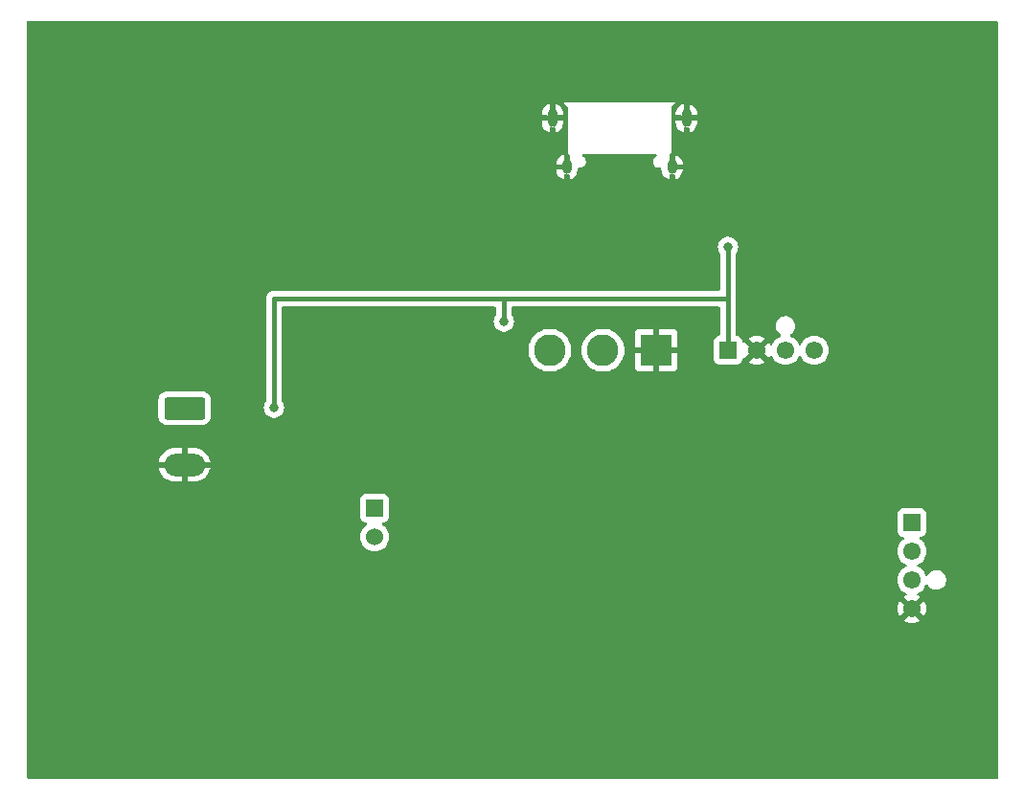
<source format=gbr>
%TF.GenerationSoftware,KiCad,Pcbnew,7.0.7*%
%TF.CreationDate,2023-10-17T17:05:39-05:00*%
%TF.ProjectId,IGVC-CBV1,49475643-2d43-4425-9631-2e6b69636164,rev?*%
%TF.SameCoordinates,Original*%
%TF.FileFunction,Copper,L2,Bot*%
%TF.FilePolarity,Positive*%
%FSLAX46Y46*%
G04 Gerber Fmt 4.6, Leading zero omitted, Abs format (unit mm)*
G04 Created by KiCad (PCBNEW 7.0.7) date 2023-10-17 17:05:39*
%MOMM*%
%LPD*%
G01*
G04 APERTURE LIST*
G04 Aperture macros list*
%AMRoundRect*
0 Rectangle with rounded corners*
0 $1 Rounding radius*
0 $2 $3 $4 $5 $6 $7 $8 $9 X,Y pos of 4 corners*
0 Add a 4 corners polygon primitive as box body*
4,1,4,$2,$3,$4,$5,$6,$7,$8,$9,$2,$3,0*
0 Add four circle primitives for the rounded corners*
1,1,$1+$1,$2,$3*
1,1,$1+$1,$4,$5*
1,1,$1+$1,$6,$7*
1,1,$1+$1,$8,$9*
0 Add four rect primitives between the rounded corners*
20,1,$1+$1,$2,$3,$4,$5,0*
20,1,$1+$1,$4,$5,$6,$7,0*
20,1,$1+$1,$6,$7,$8,$9,0*
20,1,$1+$1,$8,$9,$2,$3,0*%
G04 Aperture macros list end*
%TA.AperFunction,ComponentPad*%
%ADD10R,1.530000X1.530000*%
%TD*%
%TA.AperFunction,ComponentPad*%
%ADD11C,1.530000*%
%TD*%
%TA.AperFunction,ComponentPad*%
%ADD12R,2.794000X2.794000*%
%TD*%
%TA.AperFunction,ComponentPad*%
%ADD13C,2.794000*%
%TD*%
%TA.AperFunction,ComponentPad*%
%ADD14O,0.900000X1.300000*%
%TD*%
%TA.AperFunction,ComponentPad*%
%ADD15O,0.900000X1.600000*%
%TD*%
%TA.AperFunction,ComponentPad*%
%ADD16RoundRect,0.250000X-1.550000X0.750000X-1.550000X-0.750000X1.550000X-0.750000X1.550000X0.750000X0*%
%TD*%
%TA.AperFunction,ComponentPad*%
%ADD17O,3.600000X2.000000*%
%TD*%
%TA.AperFunction,ComponentPad*%
%ADD18C,1.550000*%
%TD*%
%TA.AperFunction,ViaPad*%
%ADD19C,0.800000*%
%TD*%
%TA.AperFunction,Conductor*%
%ADD20C,0.400000*%
%TD*%
G04 APERTURE END LIST*
D10*
%TO.P,J4,1,Pin_1*%
%TO.N,I2C2_SDA*%
X132356875Y-97479250D03*
D11*
%TO.P,J4,2,Pin_2*%
%TO.N,I2C2_SCL*%
X132356875Y-100019250D03*
%TD*%
D12*
%TO.P,SW1,1,A*%
%TO.N,GND*%
X157239375Y-83509250D03*
D13*
%TO.P,SW1,2,B*%
%TO.N,/SW_BOOT0*%
X152540375Y-83509250D03*
%TO.P,SW1,3,C*%
%TO.N,+3.3V*%
X147841375Y-83509250D03*
%TD*%
D14*
%TO.P,J3,S4,SHELL_GND*%
%TO.N,GND*%
X149343375Y-67289250D03*
%TO.P,J3,S3,SHELL_GND*%
X158643375Y-67289250D03*
D15*
%TO.P,J3,S2,SHELL_GND*%
X148073375Y-62969250D03*
%TO.P,J3,S1,SHELL_GND*%
X159913375Y-62969250D03*
%TD*%
D16*
%TO.P,J5,1,Pin_1*%
%TO.N,+3.3V*%
X115550875Y-88629250D03*
D17*
%TO.P,J5,2,Pin_2*%
%TO.N,GND*%
X115550875Y-93629250D03*
%TD*%
D10*
%TO.P,J2,1,Pin_1*%
%TO.N,USART1_RX*%
X179845375Y-98749250D03*
D18*
%TO.P,J2,2,Pin_2*%
%TO.N,USART1_TX*%
X179845375Y-101289250D03*
%TO.P,J2,3,Pin_3*%
%TO.N,+3.3V*%
X179845375Y-103829250D03*
%TO.P,J2,4,Pin_4*%
%TO.N,GND*%
X179845375Y-106369250D03*
%TD*%
D10*
%TO.P,J1,1,Pin_1*%
%TO.N,+3.3V*%
X163589375Y-83509250D03*
D18*
%TO.P,J1,2,Pin_2*%
%TO.N,GND*%
X166129375Y-83509250D03*
%TO.P,J1,3,Pin_3*%
%TO.N,SWCLK*%
X168669375Y-83509250D03*
%TO.P,J1,4,Pin_4*%
%TO.N,SWDIO*%
X171209375Y-83509250D03*
%TD*%
D19*
%TO.N,+3.3V*%
X143777375Y-80969250D03*
X163589375Y-74365250D03*
X123457375Y-88589250D03*
%TO.N,GND*%
X125489375Y-85541250D03*
X146317375Y-68269250D03*
X162065375Y-68269250D03*
X148857375Y-77413250D03*
X156477375Y-117037250D03*
%TD*%
D20*
%TO.N,+3.3V*%
X123457375Y-78937250D02*
X123457375Y-88589250D01*
X163589375Y-78937250D02*
X143777375Y-78937250D01*
X163589375Y-74365250D02*
X163589375Y-78937250D01*
X163589375Y-74365250D02*
X163589375Y-83509250D01*
X143777375Y-78937250D02*
X143777375Y-80969250D01*
X143777375Y-78937250D02*
X123457375Y-78937250D01*
%TD*%
%TA.AperFunction,Conductor*%
%TO.N,GND*%
G36*
X187394539Y-54376185D02*
G01*
X187440294Y-54428989D01*
X187451500Y-54480500D01*
X187451500Y-121287500D01*
X187431815Y-121354539D01*
X187379011Y-121400294D01*
X187327500Y-121411500D01*
X101724500Y-121411500D01*
X101657461Y-121391815D01*
X101611706Y-121339011D01*
X101600500Y-121287500D01*
X101600500Y-103829250D01*
X178565003Y-103829250D01*
X178584454Y-104051579D01*
X178584456Y-104051589D01*
X178642216Y-104267155D01*
X178642218Y-104267159D01*
X178642219Y-104267163D01*
X178736540Y-104469436D01*
X178864553Y-104652257D01*
X179022368Y-104810072D01*
X179205189Y-104938085D01*
X179310397Y-104987144D01*
X179362836Y-105033316D01*
X179381988Y-105100510D01*
X179361772Y-105167391D01*
X179310397Y-105211908D01*
X179205440Y-105260850D01*
X179137852Y-105308174D01*
X179579073Y-105749395D01*
X179612558Y-105810718D01*
X179607574Y-105880410D01*
X179572595Y-105930788D01*
X179455981Y-106031834D01*
X179455978Y-106031838D01*
X179421186Y-106085977D01*
X179368382Y-106131731D01*
X179299224Y-106141675D01*
X179235668Y-106112650D01*
X179229190Y-106106618D01*
X178784299Y-105661727D01*
X178736973Y-105729316D01*
X178642693Y-105931502D01*
X178642689Y-105931513D01*
X178584949Y-106147001D01*
X178584948Y-106147008D01*
X178565505Y-106369248D01*
X178565505Y-106369251D01*
X178584948Y-106591491D01*
X178584949Y-106591498D01*
X178642689Y-106806986D01*
X178642693Y-106806997D01*
X178736975Y-107009185D01*
X178736976Y-107009187D01*
X178784298Y-107076771D01*
X178784299Y-107076772D01*
X179229189Y-106631881D01*
X179290512Y-106598396D01*
X179360203Y-106603380D01*
X179416137Y-106645251D01*
X179421185Y-106652522D01*
X179455978Y-106706660D01*
X179455978Y-106706661D01*
X179572594Y-106807710D01*
X179610368Y-106866489D01*
X179610368Y-106936358D01*
X179579072Y-106989104D01*
X179137851Y-107430324D01*
X179137852Y-107430325D01*
X179205437Y-107477648D01*
X179205439Y-107477649D01*
X179407627Y-107571931D01*
X179407638Y-107571935D01*
X179623126Y-107629675D01*
X179623133Y-107629676D01*
X179845373Y-107649120D01*
X179845377Y-107649120D01*
X180067616Y-107629676D01*
X180067623Y-107629675D01*
X180283111Y-107571935D01*
X180283122Y-107571931D01*
X180485306Y-107477651D01*
X180485308Y-107477650D01*
X180552897Y-107430324D01*
X180111677Y-106989104D01*
X180078192Y-106927781D01*
X180083176Y-106858089D01*
X180118155Y-106807710D01*
X180123934Y-106802702D01*
X180123937Y-106802701D01*
X180234770Y-106706663D01*
X180269562Y-106652524D01*
X180322365Y-106606769D01*
X180391524Y-106596825D01*
X180455080Y-106625849D01*
X180461559Y-106631882D01*
X180906449Y-107076772D01*
X180953775Y-107009183D01*
X180953776Y-107009181D01*
X181048056Y-106806997D01*
X181048060Y-106806986D01*
X181105800Y-106591498D01*
X181105801Y-106591491D01*
X181125245Y-106369251D01*
X181125245Y-106369248D01*
X181105801Y-106147008D01*
X181105800Y-106147001D01*
X181048060Y-105931513D01*
X181048056Y-105931502D01*
X180953774Y-105729314D01*
X180953773Y-105729312D01*
X180906450Y-105661727D01*
X180906449Y-105661726D01*
X180461559Y-106106617D01*
X180400236Y-106140102D01*
X180330544Y-106135118D01*
X180274611Y-106093246D01*
X180269567Y-106085982D01*
X180234770Y-106031837D01*
X180234767Y-106031834D01*
X180118154Y-105930787D01*
X180080380Y-105872009D01*
X180080380Y-105802139D01*
X180111676Y-105749394D01*
X180552897Y-105308174D01*
X180552896Y-105308173D01*
X180485312Y-105260851D01*
X180485310Y-105260850D01*
X180380353Y-105211908D01*
X180327913Y-105165736D01*
X180308761Y-105098543D01*
X180328976Y-105031661D01*
X180380353Y-104987144D01*
X180485561Y-104938085D01*
X180668382Y-104810072D01*
X180826197Y-104652257D01*
X180954210Y-104469436D01*
X181043902Y-104277087D01*
X181090074Y-104224649D01*
X181157267Y-104205497D01*
X181224148Y-104225712D01*
X181265839Y-104271410D01*
X181288949Y-104315000D01*
X181410119Y-104457652D01*
X181410120Y-104457653D01*
X181559125Y-104570923D01*
X181728996Y-104649514D01*
X181728997Y-104649514D01*
X181728999Y-104649515D01*
X181784454Y-104661721D01*
X181911790Y-104689750D01*
X181911793Y-104689750D01*
X182052024Y-104689750D01*
X182052029Y-104689750D01*
X182191448Y-104674587D01*
X182368820Y-104614824D01*
X182529198Y-104518327D01*
X182665083Y-104389611D01*
X182770120Y-104234692D01*
X182839399Y-104060816D01*
X182869680Y-103876111D01*
X182859546Y-103689216D01*
X182836694Y-103606910D01*
X182809474Y-103508870D01*
X182809471Y-103508864D01*
X182721800Y-103343499D01*
X182600630Y-103200847D01*
X182600630Y-103200846D01*
X182451625Y-103087577D01*
X182281754Y-103008986D01*
X182281750Y-103008984D01*
X182098960Y-102968750D01*
X181958721Y-102968750D01*
X181958719Y-102968750D01*
X181819303Y-102983912D01*
X181819296Y-102983914D01*
X181641931Y-103043675D01*
X181641928Y-103043677D01*
X181481554Y-103140171D01*
X181481551Y-103140173D01*
X181481552Y-103140173D01*
X181345667Y-103268889D01*
X181345664Y-103268892D01*
X181345661Y-103268896D01*
X181258431Y-103397551D01*
X181204517Y-103441992D01*
X181135135Y-103450230D01*
X181072313Y-103419650D01*
X181043416Y-103380368D01*
X180954211Y-103189067D01*
X180954210Y-103189065D01*
X180954210Y-103189064D01*
X180826197Y-103006243D01*
X180668382Y-102848428D01*
X180485561Y-102720415D01*
X180380944Y-102671631D01*
X180328505Y-102625460D01*
X180309353Y-102558267D01*
X180329568Y-102491385D01*
X180380945Y-102446868D01*
X180485561Y-102398085D01*
X180668382Y-102270072D01*
X180826197Y-102112257D01*
X180954210Y-101929436D01*
X181048531Y-101727163D01*
X181106295Y-101511584D01*
X181125747Y-101289250D01*
X181106295Y-101066916D01*
X181048531Y-100851337D01*
X180954210Y-100649064D01*
X180826197Y-100466243D01*
X180668382Y-100308428D01*
X180571119Y-100240323D01*
X180527494Y-100185746D01*
X180520302Y-100116248D01*
X180551825Y-100053893D01*
X180612055Y-100018480D01*
X180642243Y-100014749D01*
X180658246Y-100014749D01*
X180658247Y-100014749D01*
X180717858Y-100008341D01*
X180852706Y-99958046D01*
X180967921Y-99871796D01*
X181054171Y-99756581D01*
X181104466Y-99621733D01*
X181110875Y-99562123D01*
X181110874Y-97936378D01*
X181104466Y-97876767D01*
X181054171Y-97741919D01*
X181054170Y-97741918D01*
X181054168Y-97741914D01*
X180967922Y-97626705D01*
X180967919Y-97626702D01*
X180852710Y-97540456D01*
X180852703Y-97540452D01*
X180717857Y-97490158D01*
X180717858Y-97490158D01*
X180658258Y-97483751D01*
X180658256Y-97483750D01*
X180658248Y-97483750D01*
X180658239Y-97483750D01*
X179032504Y-97483750D01*
X179032498Y-97483751D01*
X178972891Y-97490158D01*
X178838046Y-97540452D01*
X178838039Y-97540456D01*
X178722830Y-97626702D01*
X178722827Y-97626705D01*
X178636581Y-97741914D01*
X178636577Y-97741921D01*
X178586283Y-97876767D01*
X178579876Y-97936366D01*
X178579876Y-97936373D01*
X178579875Y-97936385D01*
X178579875Y-99562120D01*
X178579876Y-99562126D01*
X178586283Y-99621733D01*
X178636577Y-99756578D01*
X178636581Y-99756585D01*
X178722827Y-99871794D01*
X178722830Y-99871797D01*
X178838039Y-99958043D01*
X178838046Y-99958047D01*
X178882993Y-99974810D01*
X178972892Y-100008341D01*
X179032502Y-100014750D01*
X179048503Y-100014749D01*
X179115540Y-100034430D01*
X179161298Y-100087232D01*
X179171245Y-100156390D01*
X179142223Y-100219947D01*
X179119631Y-100240323D01*
X179022364Y-100308431D01*
X178864557Y-100466238D01*
X178736540Y-100649064D01*
X178642220Y-100851335D01*
X178642216Y-100851344D01*
X178584456Y-101066910D01*
X178584454Y-101066920D01*
X178565003Y-101289249D01*
X178565003Y-101289250D01*
X178584454Y-101511579D01*
X178584456Y-101511589D01*
X178642216Y-101727155D01*
X178642218Y-101727159D01*
X178642219Y-101727163D01*
X178736540Y-101929436D01*
X178864553Y-102112257D01*
X179022368Y-102270072D01*
X179205188Y-102398085D01*
X179205189Y-102398085D01*
X179309805Y-102446868D01*
X179362244Y-102493040D01*
X179381396Y-102560234D01*
X179361180Y-102627115D01*
X179309805Y-102671632D01*
X179205189Y-102720414D01*
X179083219Y-102805818D01*
X179022368Y-102848428D01*
X179022366Y-102848429D01*
X179022363Y-102848432D01*
X178864557Y-103006238D01*
X178864554Y-103006241D01*
X178864553Y-103006243D01*
X178807602Y-103087577D01*
X178736540Y-103189064D01*
X178642220Y-103391335D01*
X178642216Y-103391344D01*
X178584456Y-103606910D01*
X178584454Y-103606920D01*
X178565003Y-103829249D01*
X178565003Y-103829250D01*
X101600500Y-103829250D01*
X101600500Y-100019251D01*
X131086541Y-100019251D01*
X131105839Y-100239835D01*
X131105840Y-100239842D01*
X131163150Y-100453725D01*
X131163154Y-100453736D01*
X131254237Y-100649064D01*
X131256733Y-100654417D01*
X131383743Y-100835805D01*
X131540320Y-100992382D01*
X131721708Y-101119392D01*
X131842447Y-101175693D01*
X131922388Y-101212970D01*
X131922390Y-101212970D01*
X131922395Y-101212973D01*
X132136284Y-101270285D01*
X132293848Y-101284069D01*
X132356873Y-101289584D01*
X132356875Y-101289584D01*
X132356877Y-101289584D01*
X132412022Y-101284759D01*
X132577466Y-101270285D01*
X132791355Y-101212973D01*
X132992042Y-101119392D01*
X133173430Y-100992382D01*
X133330007Y-100835805D01*
X133457017Y-100654417D01*
X133550598Y-100453730D01*
X133607910Y-100239841D01*
X133627209Y-100019250D01*
X133626254Y-100008339D01*
X133621694Y-99956223D01*
X133607910Y-99798659D01*
X133550598Y-99584770D01*
X133540033Y-99562114D01*
X133457018Y-99384086D01*
X133457017Y-99384084D01*
X133457017Y-99384083D01*
X133330007Y-99202695D01*
X133173430Y-99046118D01*
X133173427Y-99046116D01*
X133173425Y-99046114D01*
X133114370Y-99004763D01*
X133065184Y-98970323D01*
X133021560Y-98915747D01*
X133014366Y-98846249D01*
X133045889Y-98783894D01*
X133106119Y-98748480D01*
X133136307Y-98744749D01*
X133169747Y-98744749D01*
X133229358Y-98738341D01*
X133364206Y-98688046D01*
X133479421Y-98601796D01*
X133565671Y-98486581D01*
X133615966Y-98351733D01*
X133622375Y-98292123D01*
X133622374Y-96666378D01*
X133615966Y-96606767D01*
X133565671Y-96471919D01*
X133565670Y-96471918D01*
X133565668Y-96471914D01*
X133479422Y-96356705D01*
X133479419Y-96356702D01*
X133364210Y-96270456D01*
X133364203Y-96270452D01*
X133229357Y-96220158D01*
X133229358Y-96220158D01*
X133169758Y-96213751D01*
X133169756Y-96213750D01*
X133169748Y-96213750D01*
X133169739Y-96213750D01*
X131544004Y-96213750D01*
X131543998Y-96213751D01*
X131484391Y-96220158D01*
X131349546Y-96270452D01*
X131349539Y-96270456D01*
X131234330Y-96356702D01*
X131234327Y-96356705D01*
X131148081Y-96471914D01*
X131148077Y-96471921D01*
X131097783Y-96606767D01*
X131091376Y-96666366D01*
X131091376Y-96666373D01*
X131091375Y-96666385D01*
X131091375Y-98292120D01*
X131091376Y-98292126D01*
X131097783Y-98351733D01*
X131148077Y-98486578D01*
X131148081Y-98486585D01*
X131234327Y-98601794D01*
X131234330Y-98601797D01*
X131349539Y-98688043D01*
X131349546Y-98688047D01*
X131484392Y-98738341D01*
X131484391Y-98738341D01*
X131491319Y-98739085D01*
X131544002Y-98744750D01*
X131577439Y-98744749D01*
X131644476Y-98764432D01*
X131690232Y-98817234D01*
X131700177Y-98886393D01*
X131671154Y-98949949D01*
X131648564Y-98970323D01*
X131540322Y-99046116D01*
X131540316Y-99046121D01*
X131383743Y-99202694D01*
X131256732Y-99384084D01*
X131256731Y-99384086D01*
X131163154Y-99584763D01*
X131163150Y-99584774D01*
X131105840Y-99798657D01*
X131105839Y-99798664D01*
X131086541Y-100019248D01*
X131086541Y-100019251D01*
X101600500Y-100019251D01*
X101600500Y-93379249D01*
X113271851Y-93379249D01*
X113271853Y-93379250D01*
X114733271Y-93379250D01*
X114800310Y-93398935D01*
X114846065Y-93451739D01*
X114856009Y-93520897D01*
X114853667Y-93532929D01*
X114850875Y-93544255D01*
X114850875Y-93714244D01*
X114853667Y-93725571D01*
X114850600Y-93795374D01*
X114810282Y-93852437D01*
X114745513Y-93878644D01*
X114733271Y-93879250D01*
X113271852Y-93879250D01*
X113291791Y-93998742D01*
X113372505Y-94233853D01*
X113372510Y-94233864D01*
X113490817Y-94452478D01*
X113490823Y-94452487D01*
X113643501Y-94648647D01*
X113643510Y-94648657D01*
X113826397Y-94817017D01*
X113826396Y-94817017D01*
X114034507Y-94952982D01*
X114262157Y-95052837D01*
X114503136Y-95113862D01*
X114503144Y-95113864D01*
X114688834Y-95129250D01*
X115300875Y-95129250D01*
X115300875Y-94444002D01*
X115320560Y-94376963D01*
X115373364Y-94331208D01*
X115439819Y-94320906D01*
X115500310Y-94328251D01*
X115508534Y-94329250D01*
X115508535Y-94329250D01*
X115593216Y-94329250D01*
X115601439Y-94328251D01*
X115661930Y-94320906D01*
X115730850Y-94332366D01*
X115782637Y-94379269D01*
X115800875Y-94444002D01*
X115800875Y-95129250D01*
X116412916Y-95129250D01*
X116598605Y-95113864D01*
X116598613Y-95113862D01*
X116839592Y-95052837D01*
X117067242Y-94952982D01*
X117275353Y-94817017D01*
X117458239Y-94648657D01*
X117458248Y-94648647D01*
X117610926Y-94452487D01*
X117610932Y-94452478D01*
X117729239Y-94233864D01*
X117729244Y-94233853D01*
X117809958Y-93998742D01*
X117829898Y-93879250D01*
X116368479Y-93879250D01*
X116301440Y-93859565D01*
X116255685Y-93806761D01*
X116245741Y-93737603D01*
X116248083Y-93725571D01*
X116250875Y-93714244D01*
X116250875Y-93544255D01*
X116248083Y-93532929D01*
X116251150Y-93463126D01*
X116291468Y-93406063D01*
X116356237Y-93379856D01*
X116368479Y-93379250D01*
X117829897Y-93379250D01*
X117829898Y-93379249D01*
X117809958Y-93259757D01*
X117729244Y-93024646D01*
X117729239Y-93024635D01*
X117610932Y-92806021D01*
X117610926Y-92806012D01*
X117458248Y-92609852D01*
X117458239Y-92609842D01*
X117275352Y-92441482D01*
X117275353Y-92441482D01*
X117067242Y-92305517D01*
X116839592Y-92205662D01*
X116598613Y-92144637D01*
X116598605Y-92144635D01*
X116412916Y-92129250D01*
X115800875Y-92129250D01*
X115800875Y-92814497D01*
X115781190Y-92881536D01*
X115728386Y-92927291D01*
X115661928Y-92937593D01*
X115593218Y-92929250D01*
X115593215Y-92929250D01*
X115508535Y-92929250D01*
X115508532Y-92929250D01*
X115439822Y-92937593D01*
X115370898Y-92926133D01*
X115319112Y-92879229D01*
X115300875Y-92814497D01*
X115300875Y-92129250D01*
X114688834Y-92129250D01*
X114503144Y-92144635D01*
X114503136Y-92144637D01*
X114262157Y-92205662D01*
X114034507Y-92305517D01*
X113826396Y-92441482D01*
X113643510Y-92609842D01*
X113643501Y-92609852D01*
X113490823Y-92806012D01*
X113490817Y-92806021D01*
X113372510Y-93024635D01*
X113372505Y-93024646D01*
X113291791Y-93259757D01*
X113271851Y-93379249D01*
X101600500Y-93379249D01*
X101600500Y-89429251D01*
X113250375Y-89429251D01*
X113250376Y-89429268D01*
X113260875Y-89532046D01*
X113260876Y-89532049D01*
X113316060Y-89698581D01*
X113316061Y-89698584D01*
X113408163Y-89847906D01*
X113532219Y-89971962D01*
X113681541Y-90064064D01*
X113848078Y-90119249D01*
X113950866Y-90129750D01*
X117150883Y-90129749D01*
X117253672Y-90119249D01*
X117420209Y-90064064D01*
X117569531Y-89971962D01*
X117693587Y-89847906D01*
X117785689Y-89698584D01*
X117840874Y-89532047D01*
X117851375Y-89429259D01*
X117851374Y-88589250D01*
X122551915Y-88589250D01*
X122571701Y-88777506D01*
X122571702Y-88777509D01*
X122630193Y-88957527D01*
X122630196Y-88957534D01*
X122724842Y-89121466D01*
X122851503Y-89262137D01*
X122851504Y-89262138D01*
X123004640Y-89373398D01*
X123004645Y-89373401D01*
X123177567Y-89450392D01*
X123177572Y-89450394D01*
X123362729Y-89489750D01*
X123362730Y-89489750D01*
X123552019Y-89489750D01*
X123552021Y-89489750D01*
X123737178Y-89450394D01*
X123910105Y-89373401D01*
X124063246Y-89262138D01*
X124189908Y-89121466D01*
X124284554Y-88957534D01*
X124343049Y-88777506D01*
X124362835Y-88589250D01*
X124343049Y-88400994D01*
X124284554Y-88220966D01*
X124189908Y-88057034D01*
X124189719Y-88056824D01*
X124189648Y-88056677D01*
X124186089Y-88051778D01*
X124186985Y-88051126D01*
X124159494Y-87993830D01*
X124157875Y-87973858D01*
X124157875Y-83509251D01*
X145939028Y-83509251D01*
X145958391Y-83779987D01*
X146016084Y-84045198D01*
X146110939Y-84299515D01*
X146110941Y-84299519D01*
X146241015Y-84537730D01*
X146241020Y-84537738D01*
X146403670Y-84755014D01*
X146403686Y-84755032D01*
X146595592Y-84946938D01*
X146595610Y-84946954D01*
X146812886Y-85109604D01*
X146812894Y-85109609D01*
X147051105Y-85239683D01*
X147051109Y-85239685D01*
X147051111Y-85239686D01*
X147305422Y-85334539D01*
X147305425Y-85334539D01*
X147305426Y-85334540D01*
X147570637Y-85392233D01*
X147570639Y-85392233D01*
X147570643Y-85392234D01*
X147811231Y-85409441D01*
X147841374Y-85411597D01*
X147841375Y-85411597D01*
X147841376Y-85411597D01*
X147868498Y-85409657D01*
X148112107Y-85392234D01*
X148377328Y-85334539D01*
X148631639Y-85239686D01*
X148869861Y-85109606D01*
X149087147Y-84946948D01*
X149279073Y-84755022D01*
X149441731Y-84537736D01*
X149571811Y-84299514D01*
X149666664Y-84045203D01*
X149714917Y-83823387D01*
X149724358Y-83779987D01*
X149724358Y-83779986D01*
X149724359Y-83779982D01*
X149743722Y-83509251D01*
X150638028Y-83509251D01*
X150657391Y-83779987D01*
X150715084Y-84045198D01*
X150809939Y-84299515D01*
X150809941Y-84299519D01*
X150940015Y-84537730D01*
X150940020Y-84537738D01*
X151102670Y-84755014D01*
X151102686Y-84755032D01*
X151294592Y-84946938D01*
X151294610Y-84946954D01*
X151511886Y-85109604D01*
X151511894Y-85109609D01*
X151750105Y-85239683D01*
X151750109Y-85239685D01*
X151750111Y-85239686D01*
X152004422Y-85334539D01*
X152004425Y-85334539D01*
X152004426Y-85334540D01*
X152269637Y-85392233D01*
X152269639Y-85392233D01*
X152269643Y-85392234D01*
X152510231Y-85409441D01*
X152540374Y-85411597D01*
X152540375Y-85411597D01*
X152540376Y-85411597D01*
X152567498Y-85409657D01*
X152811107Y-85392234D01*
X153076328Y-85334539D01*
X153330639Y-85239686D01*
X153568861Y-85109606D01*
X153776601Y-84954094D01*
X155342375Y-84954094D01*
X155348776Y-85013622D01*
X155348778Y-85013629D01*
X155399020Y-85148336D01*
X155399024Y-85148343D01*
X155485184Y-85263437D01*
X155485187Y-85263440D01*
X155600281Y-85349600D01*
X155600288Y-85349604D01*
X155734995Y-85399846D01*
X155735002Y-85399848D01*
X155794530Y-85406249D01*
X155794547Y-85406250D01*
X156989375Y-85406250D01*
X156989375Y-84770002D01*
X157009060Y-84702963D01*
X157061864Y-84657208D01*
X157124814Y-84646531D01*
X157186527Y-84652250D01*
X157186531Y-84652250D01*
X157292219Y-84652250D01*
X157292223Y-84652250D01*
X157353935Y-84646531D01*
X157422503Y-84659946D01*
X157472935Y-84708302D01*
X157489375Y-84770002D01*
X157489375Y-85406250D01*
X158684203Y-85406250D01*
X158684219Y-85406249D01*
X158743747Y-85399848D01*
X158743754Y-85399846D01*
X158878461Y-85349604D01*
X158878468Y-85349600D01*
X158993562Y-85263440D01*
X158993565Y-85263437D01*
X159079725Y-85148343D01*
X159079729Y-85148336D01*
X159129971Y-85013629D01*
X159129973Y-85013622D01*
X159136374Y-84954094D01*
X159136375Y-84954077D01*
X159136375Y-83759250D01*
X158504768Y-83759250D01*
X158437729Y-83739565D01*
X158391974Y-83686761D01*
X158382509Y-83620934D01*
X158381846Y-83620873D01*
X158382102Y-83618106D01*
X158382030Y-83617603D01*
X158382300Y-83615965D01*
X158382375Y-83615164D01*
X158382375Y-83403335D01*
X158381846Y-83397627D01*
X158383750Y-83397450D01*
X158389905Y-83336533D01*
X158433396Y-83281850D01*
X158499547Y-83259360D01*
X158504768Y-83259250D01*
X159136375Y-83259250D01*
X159136375Y-82064422D01*
X159136374Y-82064405D01*
X159129973Y-82004877D01*
X159129971Y-82004870D01*
X159079729Y-81870163D01*
X159079725Y-81870156D01*
X158993565Y-81755062D01*
X158993562Y-81755059D01*
X158878468Y-81668899D01*
X158878461Y-81668895D01*
X158743754Y-81618653D01*
X158743747Y-81618651D01*
X158684219Y-81612250D01*
X157489375Y-81612250D01*
X157489375Y-82248497D01*
X157469690Y-82315536D01*
X157416886Y-82361291D01*
X157353935Y-82371968D01*
X157310923Y-82367982D01*
X157292223Y-82366250D01*
X157186527Y-82366250D01*
X157167826Y-82367982D01*
X157124815Y-82371968D01*
X157056245Y-82358553D01*
X157005814Y-82310195D01*
X156989375Y-82248497D01*
X156989375Y-81612250D01*
X155794530Y-81612250D01*
X155735002Y-81618651D01*
X155734995Y-81618653D01*
X155600288Y-81668895D01*
X155600281Y-81668899D01*
X155485187Y-81755059D01*
X155485184Y-81755062D01*
X155399024Y-81870156D01*
X155399020Y-81870163D01*
X155348778Y-82004870D01*
X155348776Y-82004877D01*
X155342375Y-82064405D01*
X155342375Y-83259250D01*
X155973982Y-83259250D01*
X156041021Y-83278935D01*
X156086776Y-83331739D01*
X156096240Y-83397565D01*
X156096904Y-83397627D01*
X156096647Y-83400393D01*
X156096720Y-83400897D01*
X156096449Y-83402534D01*
X156096375Y-83403335D01*
X156096375Y-83615164D01*
X156096904Y-83620873D01*
X156094999Y-83621049D01*
X156088845Y-83681967D01*
X156045354Y-83736650D01*
X155979203Y-83759140D01*
X155973982Y-83759250D01*
X155342375Y-83759250D01*
X155342375Y-84954094D01*
X153776601Y-84954094D01*
X153786147Y-84946948D01*
X153978073Y-84755022D01*
X154140731Y-84537736D01*
X154270811Y-84299514D01*
X154365664Y-84045203D01*
X154413917Y-83823387D01*
X154423358Y-83779987D01*
X154423358Y-83779986D01*
X154423359Y-83779982D01*
X154442722Y-83509250D01*
X154423359Y-83238518D01*
X154420630Y-83225975D01*
X154365665Y-82973301D01*
X154354042Y-82942139D01*
X154270811Y-82718986D01*
X154267679Y-82713251D01*
X154140734Y-82480769D01*
X154140729Y-82480761D01*
X153978079Y-82263485D01*
X153978063Y-82263467D01*
X153786157Y-82071561D01*
X153786139Y-82071545D01*
X153568863Y-81908895D01*
X153568855Y-81908890D01*
X153330644Y-81778816D01*
X153330640Y-81778814D01*
X153076323Y-81683959D01*
X152811112Y-81626266D01*
X152540376Y-81606903D01*
X152540374Y-81606903D01*
X152269637Y-81626266D01*
X152004426Y-81683959D01*
X151750109Y-81778814D01*
X151750105Y-81778816D01*
X151511894Y-81908890D01*
X151511886Y-81908895D01*
X151294610Y-82071545D01*
X151294592Y-82071561D01*
X151102686Y-82263467D01*
X151102670Y-82263485D01*
X150940020Y-82480761D01*
X150940015Y-82480769D01*
X150809941Y-82718980D01*
X150809939Y-82718984D01*
X150715084Y-82973301D01*
X150657391Y-83238512D01*
X150638028Y-83509248D01*
X150638028Y-83509251D01*
X149743722Y-83509251D01*
X149743722Y-83509250D01*
X149724359Y-83238518D01*
X149721630Y-83225975D01*
X149666665Y-82973301D01*
X149655042Y-82942139D01*
X149571811Y-82718986D01*
X149568679Y-82713251D01*
X149441734Y-82480769D01*
X149441729Y-82480761D01*
X149279079Y-82263485D01*
X149279063Y-82263467D01*
X149087157Y-82071561D01*
X149087139Y-82071545D01*
X148869863Y-81908895D01*
X148869855Y-81908890D01*
X148631644Y-81778816D01*
X148631640Y-81778814D01*
X148377323Y-81683959D01*
X148112112Y-81626266D01*
X147841376Y-81606903D01*
X147841374Y-81606903D01*
X147570637Y-81626266D01*
X147305426Y-81683959D01*
X147051109Y-81778814D01*
X147051105Y-81778816D01*
X146812894Y-81908890D01*
X146812886Y-81908895D01*
X146595610Y-82071545D01*
X146595592Y-82071561D01*
X146403686Y-82263467D01*
X146403670Y-82263485D01*
X146241020Y-82480761D01*
X146241015Y-82480769D01*
X146110941Y-82718980D01*
X146110939Y-82718984D01*
X146016084Y-82973301D01*
X145958391Y-83238512D01*
X145939028Y-83509248D01*
X145939028Y-83509251D01*
X124157875Y-83509251D01*
X124157875Y-79761750D01*
X124177560Y-79694711D01*
X124230364Y-79648956D01*
X124281875Y-79637750D01*
X142952875Y-79637750D01*
X143019914Y-79657435D01*
X143065669Y-79710239D01*
X143076875Y-79761750D01*
X143076875Y-80353858D01*
X143057190Y-80420897D01*
X143045031Y-80436824D01*
X143044843Y-80437032D01*
X143044839Y-80437037D01*
X142950196Y-80600965D01*
X142950193Y-80600972D01*
X142930958Y-80660173D01*
X142891701Y-80780994D01*
X142871915Y-80969250D01*
X142891701Y-81157506D01*
X142891702Y-81157509D01*
X142950193Y-81337527D01*
X142950196Y-81337534D01*
X143044842Y-81501466D01*
X143116291Y-81580818D01*
X143171504Y-81642138D01*
X143324640Y-81753398D01*
X143324645Y-81753401D01*
X143497567Y-81830392D01*
X143497572Y-81830394D01*
X143682729Y-81869750D01*
X143682730Y-81869750D01*
X143872019Y-81869750D01*
X143872021Y-81869750D01*
X144057178Y-81830394D01*
X144230105Y-81753401D01*
X144383246Y-81642138D01*
X144509908Y-81501466D01*
X144604554Y-81337534D01*
X144663049Y-81157506D01*
X144682835Y-80969250D01*
X144663049Y-80780994D01*
X144604554Y-80600966D01*
X144509908Y-80437034D01*
X144509719Y-80436824D01*
X144509648Y-80436677D01*
X144506089Y-80431778D01*
X144506985Y-80431126D01*
X144479494Y-80373830D01*
X144477875Y-80353858D01*
X144477875Y-79761750D01*
X144497560Y-79694711D01*
X144550364Y-79648956D01*
X144601875Y-79637750D01*
X162764875Y-79637750D01*
X162831914Y-79657435D01*
X162877669Y-79710239D01*
X162888875Y-79761750D01*
X162888875Y-82120286D01*
X162869190Y-82187325D01*
X162816386Y-82233080D01*
X162778129Y-82243576D01*
X162716891Y-82250159D01*
X162582046Y-82300452D01*
X162582039Y-82300456D01*
X162466830Y-82386702D01*
X162466827Y-82386705D01*
X162380581Y-82501914D01*
X162380577Y-82501921D01*
X162330283Y-82636767D01*
X162323876Y-82696366D01*
X162323876Y-82696373D01*
X162323875Y-82696385D01*
X162323875Y-84322120D01*
X162323876Y-84322126D01*
X162330283Y-84381733D01*
X162380577Y-84516578D01*
X162380581Y-84516585D01*
X162466827Y-84631794D01*
X162466830Y-84631797D01*
X162582039Y-84718043D01*
X162582046Y-84718047D01*
X162716892Y-84768341D01*
X162716891Y-84768341D01*
X162723819Y-84769085D01*
X162776502Y-84774750D01*
X164402247Y-84774749D01*
X164461858Y-84768341D01*
X164596706Y-84718046D01*
X164711921Y-84631796D01*
X164798171Y-84516581D01*
X164848466Y-84381733D01*
X164854875Y-84322123D01*
X164854874Y-84305250D01*
X164874555Y-84238214D01*
X164927357Y-84192456D01*
X164996515Y-84182509D01*
X165060072Y-84211531D01*
X165064498Y-84216439D01*
X165068299Y-84216772D01*
X165513189Y-83771881D01*
X165574512Y-83738396D01*
X165644203Y-83743380D01*
X165700137Y-83785251D01*
X165705185Y-83792522D01*
X165739978Y-83846660D01*
X165739978Y-83846661D01*
X165856594Y-83947710D01*
X165894368Y-84006489D01*
X165894368Y-84076358D01*
X165863072Y-84129104D01*
X165421851Y-84570324D01*
X165421852Y-84570325D01*
X165489437Y-84617648D01*
X165489439Y-84617649D01*
X165691627Y-84711931D01*
X165691638Y-84711935D01*
X165907126Y-84769675D01*
X165907133Y-84769676D01*
X166129373Y-84789120D01*
X166129377Y-84789120D01*
X166351616Y-84769676D01*
X166351623Y-84769675D01*
X166567111Y-84711935D01*
X166567122Y-84711931D01*
X166769306Y-84617651D01*
X166769308Y-84617650D01*
X166836897Y-84570324D01*
X166395677Y-84129104D01*
X166362192Y-84067781D01*
X166367176Y-83998089D01*
X166402155Y-83947710D01*
X166407934Y-83942702D01*
X166407937Y-83942701D01*
X166518770Y-83846663D01*
X166553562Y-83792524D01*
X166606365Y-83746769D01*
X166675524Y-83736825D01*
X166739080Y-83765849D01*
X166745559Y-83771882D01*
X167190449Y-84216772D01*
X167237774Y-84149184D01*
X167286715Y-84044229D01*
X167332887Y-83991789D01*
X167400080Y-83972636D01*
X167466962Y-83992851D01*
X167511480Y-84044227D01*
X167560539Y-84149435D01*
X167560540Y-84149436D01*
X167688553Y-84332257D01*
X167846368Y-84490072D01*
X168029189Y-84618085D01*
X168231462Y-84712406D01*
X168231468Y-84712407D01*
X168231469Y-84712408D01*
X168283355Y-84726310D01*
X168447041Y-84770170D01*
X168624908Y-84785731D01*
X168669374Y-84789622D01*
X168669375Y-84789622D01*
X168669376Y-84789622D01*
X168706430Y-84786379D01*
X168891709Y-84770170D01*
X169107288Y-84712406D01*
X169309561Y-84618085D01*
X169492382Y-84490072D01*
X169650197Y-84332257D01*
X169778210Y-84149436D01*
X169826993Y-84044819D01*
X169873165Y-83992380D01*
X169940358Y-83973228D01*
X170007240Y-83993443D01*
X170051756Y-84044819D01*
X170100540Y-84149436D01*
X170228553Y-84332257D01*
X170386368Y-84490072D01*
X170569189Y-84618085D01*
X170771462Y-84712406D01*
X170771468Y-84712407D01*
X170771469Y-84712408D01*
X170823355Y-84726310D01*
X170987041Y-84770170D01*
X171164908Y-84785731D01*
X171209374Y-84789622D01*
X171209375Y-84789622D01*
X171209376Y-84789622D01*
X171246430Y-84786379D01*
X171431709Y-84770170D01*
X171647288Y-84712406D01*
X171849561Y-84618085D01*
X172032382Y-84490072D01*
X172190197Y-84332257D01*
X172318210Y-84149436D01*
X172412531Y-83947163D01*
X172470295Y-83731584D01*
X172489747Y-83509250D01*
X172470295Y-83286916D01*
X172412531Y-83071337D01*
X172318210Y-82869064D01*
X172190197Y-82686243D01*
X172032382Y-82528428D01*
X171849561Y-82400415D01*
X171647288Y-82306094D01*
X171647284Y-82306093D01*
X171647280Y-82306091D01*
X171431714Y-82248331D01*
X171431704Y-82248329D01*
X171209376Y-82228878D01*
X171209374Y-82228878D01*
X170987045Y-82248329D01*
X170987035Y-82248331D01*
X170771469Y-82306091D01*
X170771462Y-82306093D01*
X170771462Y-82306094D01*
X170569189Y-82400415D01*
X170386368Y-82528428D01*
X170386366Y-82528429D01*
X170386363Y-82528432D01*
X170228557Y-82686238D01*
X170228554Y-82686241D01*
X170228553Y-82686243D01*
X170205626Y-82718986D01*
X170100539Y-82869064D01*
X170051757Y-82973680D01*
X170005585Y-83026119D01*
X169938391Y-83045271D01*
X169871510Y-83025055D01*
X169826993Y-82973680D01*
X169778210Y-82869064D01*
X169731717Y-82802666D01*
X169650197Y-82686243D01*
X169492382Y-82528428D01*
X169310184Y-82400851D01*
X169309560Y-82400414D01*
X169116173Y-82310237D01*
X169063734Y-82264065D01*
X169044582Y-82196871D01*
X169064798Y-82129990D01*
X169104647Y-82091606D01*
X169193198Y-82038327D01*
X169329083Y-81909611D01*
X169434120Y-81754692D01*
X169503399Y-81580816D01*
X169533680Y-81396111D01*
X169523546Y-81209216D01*
X169502063Y-81131843D01*
X169473474Y-81028870D01*
X169473471Y-81028864D01*
X169385800Y-80863499D01*
X169264630Y-80720847D01*
X169184814Y-80660173D01*
X169115625Y-80607577D01*
X168945754Y-80528986D01*
X168945750Y-80528984D01*
X168762960Y-80488750D01*
X168622721Y-80488750D01*
X168622719Y-80488750D01*
X168483303Y-80503912D01*
X168483296Y-80503914D01*
X168305931Y-80563675D01*
X168305928Y-80563677D01*
X168145554Y-80660171D01*
X168145551Y-80660173D01*
X168145552Y-80660173D01*
X168009667Y-80788889D01*
X168009664Y-80788892D01*
X168009662Y-80788895D01*
X167904628Y-80943810D01*
X167904627Y-80943813D01*
X167835352Y-81117678D01*
X167835351Y-81117681D01*
X167805070Y-81302392D01*
X167815203Y-81489282D01*
X167815205Y-81489289D01*
X167865275Y-81669629D01*
X167865278Y-81669635D01*
X167952949Y-81835000D01*
X168074119Y-81977652D01*
X168074120Y-81977653D01*
X168223125Y-82090923D01*
X168223130Y-82090925D01*
X168228553Y-82094188D01*
X168275849Y-82145616D01*
X168287833Y-82214450D01*
X168260700Y-82278836D01*
X168217032Y-82312822D01*
X168029189Y-82400414D01*
X167960982Y-82448174D01*
X167846368Y-82528428D01*
X167846366Y-82528429D01*
X167846363Y-82528432D01*
X167688557Y-82686238D01*
X167688554Y-82686241D01*
X167688553Y-82686243D01*
X167665626Y-82718986D01*
X167560541Y-82869062D01*
X167511480Y-82974273D01*
X167465307Y-83026711D01*
X167398113Y-83045863D01*
X167331232Y-83025647D01*
X167286715Y-82974271D01*
X167237771Y-82869308D01*
X167190450Y-82801727D01*
X167190449Y-82801726D01*
X166745559Y-83246617D01*
X166684236Y-83280102D01*
X166614544Y-83275118D01*
X166558611Y-83233246D01*
X166553567Y-83225982D01*
X166518770Y-83171837D01*
X166518767Y-83171834D01*
X166402154Y-83070787D01*
X166364380Y-83012009D01*
X166364380Y-82942139D01*
X166395676Y-82889394D01*
X166836897Y-82448174D01*
X166836896Y-82448173D01*
X166769312Y-82400851D01*
X166769310Y-82400850D01*
X166567122Y-82306568D01*
X166567111Y-82306564D01*
X166351623Y-82248824D01*
X166351616Y-82248823D01*
X166129377Y-82229380D01*
X166129373Y-82229380D01*
X165907133Y-82248823D01*
X165907126Y-82248824D01*
X165691638Y-82306564D01*
X165691627Y-82306568D01*
X165489441Y-82400848D01*
X165421852Y-82448174D01*
X165863073Y-82889395D01*
X165896558Y-82950718D01*
X165891574Y-83020410D01*
X165856595Y-83070788D01*
X165739981Y-83171834D01*
X165739978Y-83171838D01*
X165705186Y-83225977D01*
X165652382Y-83271731D01*
X165583224Y-83281675D01*
X165519668Y-83252650D01*
X165513190Y-83246618D01*
X165068298Y-82801726D01*
X165057565Y-82802666D01*
X165025874Y-82827999D01*
X164956375Y-82835193D01*
X164894020Y-82803671D01*
X164858606Y-82743442D01*
X164854874Y-82713251D01*
X164854874Y-82696379D01*
X164854873Y-82696373D01*
X164854872Y-82696366D01*
X164848466Y-82636767D01*
X164798171Y-82501919D01*
X164798170Y-82501918D01*
X164798168Y-82501914D01*
X164711922Y-82386705D01*
X164711919Y-82386702D01*
X164596710Y-82300456D01*
X164596703Y-82300452D01*
X164461858Y-82250158D01*
X164400618Y-82243574D01*
X164336067Y-82216835D01*
X164296220Y-82159442D01*
X164289875Y-82120285D01*
X164289875Y-74980641D01*
X164309560Y-74913602D01*
X164321727Y-74897667D01*
X164321908Y-74897466D01*
X164416554Y-74733534D01*
X164475049Y-74553506D01*
X164494835Y-74365250D01*
X164475049Y-74176994D01*
X164416554Y-73996966D01*
X164321908Y-73833034D01*
X164195246Y-73692362D01*
X164195245Y-73692361D01*
X164042109Y-73581101D01*
X164042104Y-73581098D01*
X163869182Y-73504107D01*
X163869177Y-73504105D01*
X163723376Y-73473115D01*
X163684021Y-73464750D01*
X163494729Y-73464750D01*
X163462272Y-73471648D01*
X163309572Y-73504105D01*
X163309567Y-73504107D01*
X163136645Y-73581098D01*
X163136640Y-73581101D01*
X162983504Y-73692361D01*
X162856841Y-73833035D01*
X162762196Y-73996965D01*
X162762193Y-73996972D01*
X162703702Y-74176990D01*
X162703701Y-74176994D01*
X162683915Y-74365250D01*
X162703701Y-74553506D01*
X162703702Y-74553509D01*
X162762193Y-74733527D01*
X162762196Y-74733534D01*
X162856841Y-74897465D01*
X162857023Y-74897667D01*
X162857091Y-74897809D01*
X162860660Y-74902721D01*
X162859761Y-74903373D01*
X162887254Y-74960658D01*
X162888875Y-74980641D01*
X162888875Y-78112750D01*
X162869190Y-78179789D01*
X162816386Y-78225544D01*
X162764875Y-78236750D01*
X143862431Y-78236750D01*
X143819747Y-78236750D01*
X123542431Y-78236750D01*
X123372319Y-78236750D01*
X123361738Y-78239357D01*
X123334518Y-78246066D01*
X123327151Y-78247416D01*
X123288501Y-78252110D01*
X123252100Y-78265914D01*
X123244951Y-78268141D01*
X123207150Y-78277460D01*
X123207145Y-78277462D01*
X123172671Y-78295553D01*
X123165842Y-78298627D01*
X123129446Y-78312430D01*
X123129444Y-78312431D01*
X123097402Y-78334549D01*
X123090992Y-78338424D01*
X123056524Y-78356515D01*
X123027380Y-78382332D01*
X123021485Y-78386950D01*
X122989447Y-78409065D01*
X122989446Y-78409066D01*
X122963628Y-78438207D01*
X122958332Y-78443503D01*
X122929191Y-78469321D01*
X122929190Y-78469322D01*
X122907075Y-78501360D01*
X122902457Y-78507255D01*
X122876640Y-78536399D01*
X122858549Y-78570867D01*
X122854674Y-78577277D01*
X122832556Y-78609319D01*
X122832555Y-78609321D01*
X122818752Y-78645717D01*
X122815678Y-78652546D01*
X122797587Y-78687020D01*
X122797585Y-78687025D01*
X122788266Y-78724826D01*
X122786039Y-78731975D01*
X122772235Y-78768376D01*
X122767541Y-78807026D01*
X122766191Y-78814393D01*
X122756875Y-78852195D01*
X122756875Y-78894878D01*
X122756874Y-87973858D01*
X122737189Y-88040897D01*
X122725039Y-88056814D01*
X122724847Y-88057026D01*
X122724839Y-88057037D01*
X122630196Y-88220965D01*
X122630193Y-88220972D01*
X122571702Y-88400990D01*
X122571701Y-88400994D01*
X122551915Y-88589250D01*
X117851374Y-88589250D01*
X117851374Y-87829242D01*
X117840874Y-87726453D01*
X117785689Y-87559916D01*
X117693587Y-87410594D01*
X117569531Y-87286538D01*
X117420209Y-87194436D01*
X117253672Y-87139251D01*
X117253670Y-87139250D01*
X117150885Y-87128750D01*
X113950873Y-87128750D01*
X113950856Y-87128751D01*
X113848078Y-87139250D01*
X113848075Y-87139251D01*
X113681543Y-87194435D01*
X113681538Y-87194437D01*
X113532217Y-87286539D01*
X113408164Y-87410592D01*
X113316062Y-87559913D01*
X113316060Y-87559916D01*
X113316061Y-87559916D01*
X113260876Y-87726453D01*
X113260876Y-87726454D01*
X113260875Y-87726454D01*
X113250375Y-87829233D01*
X113250375Y-89429251D01*
X101600500Y-89429251D01*
X101600500Y-67039250D01*
X148393375Y-67039250D01*
X148894375Y-67039250D01*
X148961414Y-67058935D01*
X149007169Y-67111739D01*
X149018375Y-67163250D01*
X149018375Y-67415250D01*
X148998690Y-67482289D01*
X148945886Y-67528044D01*
X148894375Y-67539250D01*
X148393561Y-67539250D01*
X148408022Y-67681471D01*
X148465859Y-67865811D01*
X148465864Y-67865821D01*
X148559626Y-68034748D01*
X148559631Y-68034755D01*
X148685482Y-68181355D01*
X148838265Y-68299618D01*
X148838269Y-68299620D01*
X149011738Y-68384710D01*
X149093375Y-68405846D01*
X149093375Y-68021205D01*
X149113060Y-67954166D01*
X149165864Y-67908411D01*
X149235022Y-67898467D01*
X149259779Y-67904681D01*
X149286069Y-67914250D01*
X149286072Y-67914250D01*
X149400678Y-67914250D01*
X149400681Y-67914250D01*
X149426967Y-67904682D01*
X149496694Y-67900252D01*
X149557750Y-67934223D01*
X149590747Y-67995810D01*
X149593375Y-68021205D01*
X149593375Y-68409720D01*
X149763899Y-68346565D01*
X149763906Y-68346562D01*
X149927878Y-68244357D01*
X150067909Y-68111247D01*
X150067910Y-68111246D01*
X150178288Y-67952663D01*
X150254481Y-67775112D01*
X150293375Y-67585856D01*
X150293375Y-67478750D01*
X150313060Y-67411711D01*
X150365864Y-67365956D01*
X150417375Y-67354750D01*
X150530008Y-67354750D01*
X150557307Y-67350997D01*
X150639210Y-67339740D01*
X150774228Y-67281094D01*
X150888417Y-67188194D01*
X150973308Y-67067931D01*
X151000065Y-66992643D01*
X151022603Y-66929229D01*
X151022603Y-66929227D01*
X151022604Y-66929225D01*
X151032650Y-66782363D01*
X151031561Y-66777121D01*
X151002702Y-66638242D01*
X151002700Y-66638238D01*
X151002700Y-66638236D01*
X150934976Y-66507534D01*
X150834500Y-66399951D01*
X150834499Y-66399950D01*
X150751863Y-66349698D01*
X150704811Y-66298046D01*
X150693154Y-66229156D01*
X150720592Y-66164899D01*
X150778414Y-66125677D01*
X150816292Y-66119750D01*
X157162941Y-66119750D01*
X157229980Y-66139435D01*
X157275735Y-66192239D01*
X157285679Y-66261397D01*
X157256654Y-66324953D01*
X157219359Y-66352332D01*
X157219766Y-66353001D01*
X157212524Y-66357404D01*
X157169013Y-66392803D01*
X157098333Y-66450306D01*
X157098332Y-66450307D01*
X157098330Y-66450309D01*
X157013441Y-66570569D01*
X156964146Y-66709270D01*
X156964146Y-66709273D01*
X156954100Y-66856134D01*
X156954100Y-66856137D01*
X156984047Y-67000257D01*
X156984050Y-67000264D01*
X157051774Y-67130966D01*
X157152250Y-67238549D01*
X157278025Y-67315035D01*
X157419772Y-67354750D01*
X157419774Y-67354750D01*
X157530009Y-67354750D01*
X157530009Y-67354749D01*
X157552486Y-67351660D01*
X157621582Y-67362030D01*
X157674102Y-67408110D01*
X157693375Y-67474504D01*
X157693375Y-67537426D01*
X157708022Y-67681471D01*
X157765859Y-67865811D01*
X157765864Y-67865821D01*
X157859626Y-68034748D01*
X157859631Y-68034755D01*
X157985482Y-68181355D01*
X158138265Y-68299618D01*
X158138269Y-68299620D01*
X158311738Y-68384710D01*
X158393375Y-68405846D01*
X158393375Y-68021205D01*
X158413060Y-67954166D01*
X158465864Y-67908411D01*
X158535022Y-67898467D01*
X158559779Y-67904681D01*
X158586069Y-67914250D01*
X158586072Y-67914250D01*
X158700678Y-67914250D01*
X158700681Y-67914250D01*
X158726967Y-67904682D01*
X158796694Y-67900252D01*
X158857750Y-67934223D01*
X158890747Y-67995810D01*
X158893375Y-68021205D01*
X158893375Y-68409720D01*
X159063899Y-68346565D01*
X159063906Y-68346562D01*
X159227878Y-68244357D01*
X159367909Y-68111247D01*
X159367910Y-68111246D01*
X159478288Y-67952663D01*
X159554481Y-67775112D01*
X159593375Y-67585856D01*
X159593375Y-67539250D01*
X159092375Y-67539250D01*
X159025336Y-67519565D01*
X158979581Y-67466761D01*
X158968375Y-67415250D01*
X158968375Y-67163250D01*
X158988060Y-67096211D01*
X159040864Y-67050456D01*
X159092375Y-67039250D01*
X159593188Y-67039250D01*
X159593188Y-67039249D01*
X159578727Y-66897028D01*
X159520890Y-66712688D01*
X159520885Y-66712678D01*
X159427123Y-66543751D01*
X159427118Y-66543744D01*
X159301267Y-66397144D01*
X159148484Y-66278881D01*
X159148480Y-66278879D01*
X158975017Y-66193792D01*
X158975018Y-66193792D01*
X158893375Y-66172653D01*
X158893375Y-66557294D01*
X158873690Y-66624333D01*
X158820886Y-66670088D01*
X158751728Y-66680032D01*
X158726968Y-66673817D01*
X158700683Y-66664250D01*
X158700681Y-66664250D01*
X158586069Y-66664250D01*
X158586066Y-66664250D01*
X158559782Y-66673817D01*
X158490053Y-66678246D01*
X158428998Y-66644274D01*
X158396003Y-66582686D01*
X158393375Y-66557294D01*
X158393375Y-66223222D01*
X158413060Y-66156183D01*
X158465864Y-66110428D01*
X158469947Y-66108651D01*
X158473189Y-66107309D01*
X158498608Y-66096786D01*
X158540943Y-66054472D01*
X158563866Y-65999178D01*
X158563870Y-65983683D01*
X158568096Y-65951629D01*
X158576094Y-65921780D01*
X158566326Y-65903231D01*
X158563875Y-65878701D01*
X158563875Y-63367426D01*
X158963375Y-63367426D01*
X158978022Y-63511471D01*
X159035859Y-63695811D01*
X159035864Y-63695821D01*
X159129626Y-63864748D01*
X159129631Y-63864755D01*
X159255482Y-64011355D01*
X159408265Y-64129618D01*
X159408269Y-64129620D01*
X159581738Y-64214710D01*
X159663375Y-64235846D01*
X159663375Y-63851205D01*
X159683060Y-63784166D01*
X159735864Y-63738411D01*
X159805022Y-63728467D01*
X159829779Y-63734681D01*
X159856069Y-63744250D01*
X159856072Y-63744250D01*
X159970678Y-63744250D01*
X159970681Y-63744250D01*
X159996967Y-63734682D01*
X160066694Y-63730252D01*
X160127750Y-63764223D01*
X160160747Y-63825810D01*
X160163375Y-63851205D01*
X160163375Y-64239720D01*
X160333899Y-64176565D01*
X160333906Y-64176562D01*
X160497878Y-64074357D01*
X160637909Y-63941247D01*
X160637910Y-63941246D01*
X160748288Y-63782663D01*
X160824481Y-63605112D01*
X160863375Y-63415856D01*
X160863375Y-63219250D01*
X160362375Y-63219250D01*
X160295336Y-63199565D01*
X160249581Y-63146761D01*
X160238375Y-63095250D01*
X160238375Y-62843250D01*
X160258060Y-62776211D01*
X160310864Y-62730456D01*
X160362375Y-62719250D01*
X160863375Y-62719250D01*
X160863375Y-62571073D01*
X160848727Y-62427028D01*
X160790890Y-62242688D01*
X160790885Y-62242678D01*
X160697123Y-62073751D01*
X160697118Y-62073744D01*
X160571267Y-61927144D01*
X160418484Y-61808881D01*
X160418480Y-61808879D01*
X160245017Y-61723792D01*
X160245018Y-61723792D01*
X160163375Y-61702653D01*
X160163375Y-62087294D01*
X160143690Y-62154333D01*
X160090886Y-62200088D01*
X160021728Y-62210032D01*
X159996968Y-62203817D01*
X159970683Y-62194250D01*
X159970681Y-62194250D01*
X159856069Y-62194250D01*
X159856066Y-62194250D01*
X159829782Y-62203817D01*
X159760053Y-62208246D01*
X159698998Y-62174274D01*
X159666003Y-62112686D01*
X159663375Y-62087294D01*
X159663375Y-61698778D01*
X159492847Y-61761935D01*
X159492843Y-61761937D01*
X159328871Y-61864142D01*
X159188840Y-61997252D01*
X159188839Y-61997253D01*
X159078461Y-62155836D01*
X159002268Y-62333387D01*
X158963375Y-62522643D01*
X158963375Y-62719250D01*
X159464375Y-62719250D01*
X159531414Y-62738935D01*
X159577169Y-62791739D01*
X159588375Y-62843250D01*
X159588375Y-63095250D01*
X159568690Y-63162289D01*
X159515886Y-63208044D01*
X159464375Y-63219250D01*
X158963375Y-63219250D01*
X158963375Y-63367426D01*
X158563875Y-63367426D01*
X158563875Y-62010818D01*
X158583560Y-61943779D01*
X158600190Y-61923141D01*
X158895895Y-61627435D01*
X158896108Y-61627294D01*
X158913756Y-61609633D01*
X158913758Y-61609633D01*
X158913822Y-61609475D01*
X158913917Y-61609250D01*
X158913758Y-61608867D01*
X158913374Y-61608707D01*
X158888694Y-61608714D01*
X158888519Y-61608750D01*
X149098231Y-61608750D01*
X149098055Y-61608714D01*
X149073375Y-61608707D01*
X149072992Y-61608867D01*
X149072833Y-61609250D01*
X149072951Y-61609533D01*
X149072992Y-61609633D01*
X149072993Y-61609633D01*
X149090647Y-61627259D01*
X149090640Y-61627265D01*
X149090766Y-61627349D01*
X149386556Y-61923138D01*
X149420041Y-61984461D01*
X149422875Y-62010819D01*
X149422875Y-65878303D01*
X149410394Y-65920805D01*
X149418629Y-65951539D01*
X149422854Y-65983591D01*
X149422859Y-65999188D01*
X149445780Y-66054493D01*
X149445784Y-66054499D01*
X149488120Y-66096830D01*
X149488121Y-66096830D01*
X149488123Y-66096832D01*
X149516832Y-66108724D01*
X149571232Y-66152564D01*
X149593296Y-66218858D01*
X149593375Y-66223283D01*
X149593375Y-66557294D01*
X149573690Y-66624333D01*
X149520886Y-66670088D01*
X149451728Y-66680032D01*
X149426968Y-66673817D01*
X149400683Y-66664250D01*
X149400681Y-66664250D01*
X149286069Y-66664250D01*
X149286066Y-66664250D01*
X149259782Y-66673817D01*
X149190053Y-66678246D01*
X149128998Y-66644274D01*
X149096003Y-66582686D01*
X149093375Y-66557294D01*
X149093375Y-66168778D01*
X148922847Y-66231935D01*
X148922843Y-66231937D01*
X148758871Y-66334142D01*
X148618840Y-66467252D01*
X148618839Y-66467253D01*
X148508461Y-66625836D01*
X148432268Y-66803387D01*
X148393375Y-66992643D01*
X148393375Y-67039250D01*
X101600500Y-67039250D01*
X101600500Y-63367426D01*
X147123375Y-63367426D01*
X147138022Y-63511471D01*
X147195859Y-63695811D01*
X147195864Y-63695821D01*
X147289626Y-63864748D01*
X147289631Y-63864755D01*
X147415482Y-64011355D01*
X147568265Y-64129618D01*
X147568269Y-64129620D01*
X147741738Y-64214710D01*
X147823375Y-64235846D01*
X147823375Y-63851205D01*
X147843060Y-63784166D01*
X147895864Y-63738411D01*
X147965022Y-63728467D01*
X147989779Y-63734681D01*
X148016069Y-63744250D01*
X148016072Y-63744250D01*
X148130678Y-63744250D01*
X148130681Y-63744250D01*
X148156967Y-63734682D01*
X148226694Y-63730252D01*
X148287750Y-63764223D01*
X148320747Y-63825810D01*
X148323375Y-63851205D01*
X148323375Y-64239720D01*
X148493899Y-64176565D01*
X148493906Y-64176562D01*
X148657878Y-64074357D01*
X148797909Y-63941247D01*
X148797910Y-63941246D01*
X148908288Y-63782663D01*
X148984481Y-63605112D01*
X149023375Y-63415856D01*
X149023375Y-63219250D01*
X148522375Y-63219250D01*
X148455336Y-63199565D01*
X148409581Y-63146761D01*
X148398375Y-63095250D01*
X148398375Y-62843250D01*
X148418060Y-62776211D01*
X148470864Y-62730456D01*
X148522375Y-62719250D01*
X149023375Y-62719250D01*
X149023375Y-62571073D01*
X149008727Y-62427028D01*
X148950890Y-62242688D01*
X148950885Y-62242678D01*
X148857123Y-62073751D01*
X148857118Y-62073744D01*
X148731267Y-61927144D01*
X148578484Y-61808881D01*
X148578480Y-61808879D01*
X148405017Y-61723792D01*
X148405018Y-61723792D01*
X148323375Y-61702653D01*
X148323375Y-62087294D01*
X148303690Y-62154333D01*
X148250886Y-62200088D01*
X148181728Y-62210032D01*
X148156968Y-62203817D01*
X148130683Y-62194250D01*
X148130681Y-62194250D01*
X148016069Y-62194250D01*
X148016066Y-62194250D01*
X147989782Y-62203817D01*
X147920053Y-62208246D01*
X147858998Y-62174274D01*
X147826003Y-62112686D01*
X147823375Y-62087294D01*
X147823375Y-61698778D01*
X147652847Y-61761935D01*
X147652843Y-61761937D01*
X147488871Y-61864142D01*
X147348840Y-61997252D01*
X147348839Y-61997253D01*
X147238461Y-62155836D01*
X147162268Y-62333387D01*
X147123375Y-62522643D01*
X147123375Y-62719250D01*
X147624375Y-62719250D01*
X147691414Y-62738935D01*
X147737169Y-62791739D01*
X147748375Y-62843250D01*
X147748375Y-63095250D01*
X147728690Y-63162289D01*
X147675886Y-63208044D01*
X147624375Y-63219250D01*
X147123375Y-63219250D01*
X147123375Y-63367426D01*
X101600500Y-63367426D01*
X101600500Y-54480500D01*
X101620185Y-54413461D01*
X101672989Y-54367706D01*
X101724500Y-54356500D01*
X187327500Y-54356500D01*
X187394539Y-54376185D01*
G37*
%TD.AperFunction*%
%TD*%
M02*

</source>
